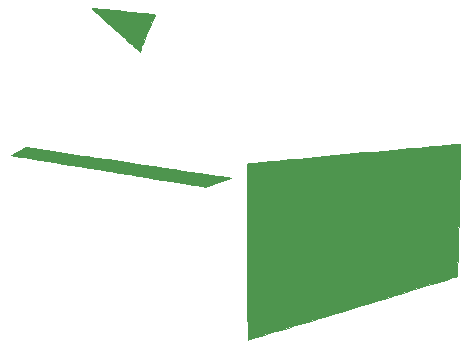
<source format=gbr>
G04 #@! TF.GenerationSoftware,KiCad,Pcbnew,(5.99.0-9526-g5c17ff0595)*
G04 #@! TF.CreationDate,2021-07-11T20:16:44-05:00*
G04 #@! TF.ProjectId,dumpsterFire,64756d70-7374-4657-9246-6972652e6b69,rev?*
G04 #@! TF.SameCoordinates,Original*
G04 #@! TF.FileFunction,Copper,L1,Top*
G04 #@! TF.FilePolarity,Positive*
%FSLAX46Y46*%
G04 Gerber Fmt 4.6, Leading zero omitted, Abs format (unit mm)*
G04 Created by KiCad (PCBNEW (5.99.0-9526-g5c17ff0595)) date 2021-07-11 20:16:44*
%MOMM*%
%LPD*%
G01*
G04 APERTURE LIST*
G04 #@! TA.AperFunction,EtchedComponent*
%ADD10C,0.010000*%
G04 #@! TD*
G04 #@! TA.AperFunction,ViaPad*
%ADD11C,0.600000*%
G04 #@! TD*
G04 #@! TA.AperFunction,Conductor*
%ADD12C,0.250000*%
G04 #@! TD*
G04 APERTURE END LIST*
D10*
X165271254Y-105550342D02*
X165272075Y-105674373D01*
X165272075Y-105674373D02*
X165270973Y-105870962D01*
X165270973Y-105870962D02*
X165268084Y-106134071D01*
X165268084Y-106134071D02*
X165263543Y-106457664D01*
X165263543Y-106457664D02*
X165257487Y-106835704D01*
X165257487Y-106835704D02*
X165250052Y-107262156D01*
X165250052Y-107262156D02*
X165241372Y-107730982D01*
X165241372Y-107730982D02*
X165231586Y-108236146D01*
X165231586Y-108236146D02*
X165220828Y-108771611D01*
X165220828Y-108771611D02*
X165209234Y-109331342D01*
X165209234Y-109331342D02*
X165196941Y-109909301D01*
X165196941Y-109909301D02*
X165184085Y-110499453D01*
X165184085Y-110499453D02*
X165170801Y-111095760D01*
X165170801Y-111095760D02*
X165157226Y-111692186D01*
X165157226Y-111692186D02*
X165143495Y-112282695D01*
X165143495Y-112282695D02*
X165129744Y-112861251D01*
X165129744Y-112861251D02*
X165116111Y-113421816D01*
X165116111Y-113421816D02*
X165102729Y-113958355D01*
X165102729Y-113958355D02*
X165089737Y-114464831D01*
X165089737Y-114464831D02*
X165077269Y-114935207D01*
X165077269Y-114935207D02*
X165065461Y-115363447D01*
X165065461Y-115363447D02*
X165054450Y-115743514D01*
X165054450Y-115743514D02*
X165044371Y-116069373D01*
X165044371Y-116069373D02*
X165035361Y-116334986D01*
X165035361Y-116334986D02*
X165027555Y-116534317D01*
X165027555Y-116534317D02*
X165021090Y-116661330D01*
X165021090Y-116661330D02*
X165016102Y-116709988D01*
X165016102Y-116709988D02*
X165015922Y-116710231D01*
X165015922Y-116710231D02*
X164973588Y-116724635D01*
X164973588Y-116724635D02*
X164854707Y-116762189D01*
X164854707Y-116762189D02*
X164663773Y-116821531D01*
X164663773Y-116821531D02*
X164405278Y-116901294D01*
X164405278Y-116901294D02*
X164083716Y-117000115D01*
X164083716Y-117000115D02*
X163703579Y-117116630D01*
X163703579Y-117116630D02*
X163269362Y-117249474D01*
X163269362Y-117249474D02*
X162785557Y-117397284D01*
X162785557Y-117397284D02*
X162256657Y-117558694D01*
X162256657Y-117558694D02*
X161687156Y-117732340D01*
X161687156Y-117732340D02*
X161081546Y-117916859D01*
X161081546Y-117916859D02*
X160444321Y-118110885D01*
X160444321Y-118110885D02*
X159779974Y-118313055D01*
X159779974Y-118313055D02*
X159092997Y-118522005D01*
X159092997Y-118522005D02*
X158387885Y-118736369D01*
X158387885Y-118736369D02*
X157669130Y-118954784D01*
X157669130Y-118954784D02*
X156941226Y-119175885D01*
X156941226Y-119175885D02*
X156208665Y-119398309D01*
X156208665Y-119398309D02*
X155475941Y-119620690D01*
X155475941Y-119620690D02*
X154747547Y-119841664D01*
X154747547Y-119841664D02*
X154027975Y-120059868D01*
X154027975Y-120059868D02*
X153321720Y-120273937D01*
X153321720Y-120273937D02*
X152633274Y-120482506D01*
X152633274Y-120482506D02*
X151967130Y-120684212D01*
X151967130Y-120684212D02*
X151327782Y-120877689D01*
X151327782Y-120877689D02*
X150719723Y-121061574D01*
X150719723Y-121061574D02*
X150147445Y-121234503D01*
X150147445Y-121234503D02*
X149615443Y-121395110D01*
X149615443Y-121395110D02*
X149128208Y-121542033D01*
X149128208Y-121542033D02*
X148690235Y-121673906D01*
X148690235Y-121673906D02*
X148306016Y-121789365D01*
X148306016Y-121789365D02*
X147980045Y-121887046D01*
X147980045Y-121887046D02*
X147716814Y-121965585D01*
X147716814Y-121965585D02*
X147520817Y-122023617D01*
X147520817Y-122023617D02*
X147420687Y-122052850D01*
X147420687Y-122052850D02*
X147308873Y-122085116D01*
X147308873Y-122085116D02*
X147283799Y-121105142D01*
X147283799Y-121105142D02*
X147280807Y-120949380D01*
X147280807Y-120949380D02*
X147277701Y-120714499D01*
X147277701Y-120714499D02*
X147274513Y-120406045D01*
X147274513Y-120406045D02*
X147271274Y-120029565D01*
X147271274Y-120029565D02*
X147268014Y-119590605D01*
X147268014Y-119590605D02*
X147264763Y-119094712D01*
X147264763Y-119094712D02*
X147261553Y-118547433D01*
X147261553Y-118547433D02*
X147258414Y-117954315D01*
X147258414Y-117954315D02*
X147255376Y-117320904D01*
X147255376Y-117320904D02*
X147252471Y-116652747D01*
X147252471Y-116652747D02*
X147249729Y-115955391D01*
X147249729Y-115955391D02*
X147247181Y-115234383D01*
X147247181Y-115234383D02*
X147244857Y-114495270D01*
X147244857Y-114495270D02*
X147242788Y-113743597D01*
X147242788Y-113743597D02*
X147242520Y-113637584D01*
X147242520Y-113637584D02*
X147240399Y-112767887D01*
X147240399Y-112767887D02*
X147238608Y-111978963D01*
X147238608Y-111978963D02*
X147237180Y-111266917D01*
X147237180Y-111266917D02*
X147236146Y-110627855D01*
X147236146Y-110627855D02*
X147235536Y-110057882D01*
X147235536Y-110057882D02*
X147235383Y-109553105D01*
X147235383Y-109553105D02*
X147235717Y-109109630D01*
X147235717Y-109109630D02*
X147236571Y-108723562D01*
X147236571Y-108723562D02*
X147237975Y-108391007D01*
X147237975Y-108391007D02*
X147239960Y-108108072D01*
X147239960Y-108108072D02*
X147242559Y-107870862D01*
X147242559Y-107870862D02*
X147245802Y-107675483D01*
X147245802Y-107675483D02*
X147249721Y-107518041D01*
X147249721Y-107518041D02*
X147254347Y-107394642D01*
X147254347Y-107394642D02*
X147259711Y-107301391D01*
X147259711Y-107301391D02*
X147265846Y-107234396D01*
X147265846Y-107234396D02*
X147272781Y-107189761D01*
X147272781Y-107189761D02*
X147280549Y-107163592D01*
X147280549Y-107163592D02*
X147289181Y-107151996D01*
X147289181Y-107151996D02*
X147294741Y-107150413D01*
X147294741Y-107150413D02*
X147342916Y-107146592D01*
X147342916Y-107146592D02*
X147471481Y-107135290D01*
X147471481Y-107135290D02*
X147676521Y-107116867D01*
X147676521Y-107116867D02*
X147954124Y-107091683D01*
X147954124Y-107091683D02*
X148300375Y-107060099D01*
X148300375Y-107060099D02*
X148711363Y-107022475D01*
X148711363Y-107022475D02*
X149183172Y-106979172D01*
X149183172Y-106979172D02*
X149711891Y-106930550D01*
X149711891Y-106930550D02*
X150293604Y-106876970D01*
X150293604Y-106876970D02*
X150924400Y-106818792D01*
X150924400Y-106818792D02*
X151600364Y-106756376D01*
X151600364Y-106756376D02*
X152317584Y-106690083D01*
X152317584Y-106690083D02*
X153072145Y-106620273D01*
X153072145Y-106620273D02*
X153860134Y-106547307D01*
X153860134Y-106547307D02*
X154677638Y-106471545D01*
X154677638Y-106471545D02*
X155520743Y-106393347D01*
X155520743Y-106393347D02*
X156308459Y-106320232D01*
X156308459Y-106320232D02*
X157170666Y-106240251D01*
X157170666Y-106240251D02*
X158010389Y-106162508D01*
X158010389Y-106162508D02*
X158823746Y-106087354D01*
X158823746Y-106087354D02*
X159606853Y-106015145D01*
X159606853Y-106015145D02*
X160355829Y-105946232D01*
X160355829Y-105946232D02*
X161066793Y-105880970D01*
X161066793Y-105880970D02*
X161735861Y-105819712D01*
X161735861Y-105819712D02*
X162359151Y-105762810D01*
X162359151Y-105762810D02*
X162932783Y-105710618D01*
X162932783Y-105710618D02*
X163452872Y-105663490D01*
X163452872Y-105663490D02*
X163915538Y-105621779D01*
X163915538Y-105621779D02*
X164316898Y-105585837D01*
X164316898Y-105585837D02*
X164653069Y-105556018D01*
X164653069Y-105556018D02*
X164920171Y-105532676D01*
X164920171Y-105532676D02*
X165114320Y-105516163D01*
X165114320Y-105516163D02*
X165231635Y-105506834D01*
X165231635Y-105506834D02*
X165268373Y-105504903D01*
X165268373Y-105504903D02*
X165271254Y-105550342D01*
X165271254Y-105550342D02*
X165271254Y-105550342D01*
G36*
X165271254Y-105550342D02*
G01*
X165272075Y-105674373D01*
X165270973Y-105870962D01*
X165268084Y-106134071D01*
X165263543Y-106457664D01*
X165257487Y-106835704D01*
X165250052Y-107262156D01*
X165241372Y-107730982D01*
X165231586Y-108236146D01*
X165220828Y-108771611D01*
X165209234Y-109331342D01*
X165196941Y-109909301D01*
X165184085Y-110499453D01*
X165170801Y-111095760D01*
X165157226Y-111692186D01*
X165143495Y-112282695D01*
X165129744Y-112861251D01*
X165116111Y-113421816D01*
X165102729Y-113958355D01*
X165089737Y-114464831D01*
X165077269Y-114935207D01*
X165065461Y-115363447D01*
X165054450Y-115743514D01*
X165044371Y-116069373D01*
X165035361Y-116334986D01*
X165027555Y-116534317D01*
X165021090Y-116661330D01*
X165016102Y-116709988D01*
X165015922Y-116710231D01*
X164973588Y-116724635D01*
X164854707Y-116762189D01*
X164663773Y-116821531D01*
X164405278Y-116901294D01*
X164083716Y-117000115D01*
X163703579Y-117116630D01*
X163269362Y-117249474D01*
X162785557Y-117397284D01*
X162256657Y-117558694D01*
X161687156Y-117732340D01*
X161081546Y-117916859D01*
X160444321Y-118110885D01*
X159779974Y-118313055D01*
X159092997Y-118522005D01*
X158387885Y-118736369D01*
X157669130Y-118954784D01*
X156941226Y-119175885D01*
X156208665Y-119398309D01*
X155475941Y-119620690D01*
X154747547Y-119841664D01*
X154027975Y-120059868D01*
X153321720Y-120273937D01*
X152633274Y-120482506D01*
X151967130Y-120684212D01*
X151327782Y-120877689D01*
X150719723Y-121061574D01*
X150147445Y-121234503D01*
X149615443Y-121395110D01*
X149128208Y-121542033D01*
X148690235Y-121673906D01*
X148306016Y-121789365D01*
X147980045Y-121887046D01*
X147716814Y-121965585D01*
X147520817Y-122023617D01*
X147420687Y-122052850D01*
X147308873Y-122085116D01*
X147283799Y-121105142D01*
X147280807Y-120949380D01*
X147277701Y-120714499D01*
X147274513Y-120406045D01*
X147271274Y-120029565D01*
X147268014Y-119590605D01*
X147264763Y-119094712D01*
X147261553Y-118547433D01*
X147258414Y-117954315D01*
X147255376Y-117320904D01*
X147252471Y-116652747D01*
X147249729Y-115955391D01*
X147247181Y-115234383D01*
X147244857Y-114495270D01*
X147242788Y-113743597D01*
X147242520Y-113637584D01*
X147240399Y-112767887D01*
X147238608Y-111978963D01*
X147237180Y-111266917D01*
X147236146Y-110627855D01*
X147235536Y-110057882D01*
X147235383Y-109553105D01*
X147235717Y-109109630D01*
X147236571Y-108723562D01*
X147237975Y-108391007D01*
X147239960Y-108108072D01*
X147242559Y-107870862D01*
X147245802Y-107675483D01*
X147249721Y-107518041D01*
X147254347Y-107394642D01*
X147259711Y-107301391D01*
X147265846Y-107234396D01*
X147272781Y-107189761D01*
X147280549Y-107163592D01*
X147289181Y-107151996D01*
X147294741Y-107150413D01*
X147342916Y-107146592D01*
X147471481Y-107135290D01*
X147676521Y-107116867D01*
X147954124Y-107091683D01*
X148300375Y-107060099D01*
X148711363Y-107022475D01*
X149183172Y-106979172D01*
X149711891Y-106930550D01*
X150293604Y-106876970D01*
X150924400Y-106818792D01*
X151600364Y-106756376D01*
X152317584Y-106690083D01*
X153072145Y-106620273D01*
X153860134Y-106547307D01*
X154677638Y-106471545D01*
X155520743Y-106393347D01*
X156308459Y-106320232D01*
X157170666Y-106240251D01*
X158010389Y-106162508D01*
X158823746Y-106087354D01*
X159606853Y-106015145D01*
X160355829Y-105946232D01*
X161066793Y-105880970D01*
X161735861Y-105819712D01*
X162359151Y-105762810D01*
X162932783Y-105710618D01*
X163452872Y-105663490D01*
X163915538Y-105621779D01*
X164316898Y-105585837D01*
X164653069Y-105556018D01*
X164920171Y-105532676D01*
X165114320Y-105516163D01*
X165231635Y-105506834D01*
X165268373Y-105504903D01*
X165271254Y-105550342D01*
G37*
X165271254Y-105550342D02*
X165272075Y-105674373D01*
X165270973Y-105870962D01*
X165268084Y-106134071D01*
X165263543Y-106457664D01*
X165257487Y-106835704D01*
X165250052Y-107262156D01*
X165241372Y-107730982D01*
X165231586Y-108236146D01*
X165220828Y-108771611D01*
X165209234Y-109331342D01*
X165196941Y-109909301D01*
X165184085Y-110499453D01*
X165170801Y-111095760D01*
X165157226Y-111692186D01*
X165143495Y-112282695D01*
X165129744Y-112861251D01*
X165116111Y-113421816D01*
X165102729Y-113958355D01*
X165089737Y-114464831D01*
X165077269Y-114935207D01*
X165065461Y-115363447D01*
X165054450Y-115743514D01*
X165044371Y-116069373D01*
X165035361Y-116334986D01*
X165027555Y-116534317D01*
X165021090Y-116661330D01*
X165016102Y-116709988D01*
X165015922Y-116710231D01*
X164973588Y-116724635D01*
X164854707Y-116762189D01*
X164663773Y-116821531D01*
X164405278Y-116901294D01*
X164083716Y-117000115D01*
X163703579Y-117116630D01*
X163269362Y-117249474D01*
X162785557Y-117397284D01*
X162256657Y-117558694D01*
X161687156Y-117732340D01*
X161081546Y-117916859D01*
X160444321Y-118110885D01*
X159779974Y-118313055D01*
X159092997Y-118522005D01*
X158387885Y-118736369D01*
X157669130Y-118954784D01*
X156941226Y-119175885D01*
X156208665Y-119398309D01*
X155475941Y-119620690D01*
X154747547Y-119841664D01*
X154027975Y-120059868D01*
X153321720Y-120273937D01*
X152633274Y-120482506D01*
X151967130Y-120684212D01*
X151327782Y-120877689D01*
X150719723Y-121061574D01*
X150147445Y-121234503D01*
X149615443Y-121395110D01*
X149128208Y-121542033D01*
X148690235Y-121673906D01*
X148306016Y-121789365D01*
X147980045Y-121887046D01*
X147716814Y-121965585D01*
X147520817Y-122023617D01*
X147420687Y-122052850D01*
X147308873Y-122085116D01*
X147283799Y-121105142D01*
X147280807Y-120949380D01*
X147277701Y-120714499D01*
X147274513Y-120406045D01*
X147271274Y-120029565D01*
X147268014Y-119590605D01*
X147264763Y-119094712D01*
X147261553Y-118547433D01*
X147258414Y-117954315D01*
X147255376Y-117320904D01*
X147252471Y-116652747D01*
X147249729Y-115955391D01*
X147247181Y-115234383D01*
X147244857Y-114495270D01*
X147242788Y-113743597D01*
X147242520Y-113637584D01*
X147240399Y-112767887D01*
X147238608Y-111978963D01*
X147237180Y-111266917D01*
X147236146Y-110627855D01*
X147235536Y-110057882D01*
X147235383Y-109553105D01*
X147235717Y-109109630D01*
X147236571Y-108723562D01*
X147237975Y-108391007D01*
X147239960Y-108108072D01*
X147242559Y-107870862D01*
X147245802Y-107675483D01*
X147249721Y-107518041D01*
X147254347Y-107394642D01*
X147259711Y-107301391D01*
X147265846Y-107234396D01*
X147272781Y-107189761D01*
X147280549Y-107163592D01*
X147289181Y-107151996D01*
X147294741Y-107150413D01*
X147342916Y-107146592D01*
X147471481Y-107135290D01*
X147676521Y-107116867D01*
X147954124Y-107091683D01*
X148300375Y-107060099D01*
X148711363Y-107022475D01*
X149183172Y-106979172D01*
X149711891Y-106930550D01*
X150293604Y-106876970D01*
X150924400Y-106818792D01*
X151600364Y-106756376D01*
X152317584Y-106690083D01*
X153072145Y-106620273D01*
X153860134Y-106547307D01*
X154677638Y-106471545D01*
X155520743Y-106393347D01*
X156308459Y-106320232D01*
X157170666Y-106240251D01*
X158010389Y-106162508D01*
X158823746Y-106087354D01*
X159606853Y-106015145D01*
X160355829Y-105946232D01*
X161066793Y-105880970D01*
X161735861Y-105819712D01*
X162359151Y-105762810D01*
X162932783Y-105710618D01*
X163452872Y-105663490D01*
X163915538Y-105621779D01*
X164316898Y-105585837D01*
X164653069Y-105556018D01*
X164920171Y-105532676D01*
X165114320Y-105516163D01*
X165231635Y-105506834D01*
X165268373Y-105504903D01*
X165271254Y-105550342D01*
X130786568Y-106136157D02*
X131268989Y-106208097D01*
X131268989Y-106208097D02*
X131770044Y-106282787D01*
X131770044Y-106282787D02*
X132275092Y-106358046D01*
X132275092Y-106358046D02*
X132769490Y-106431693D01*
X132769490Y-106431693D02*
X133238599Y-106501548D01*
X133238599Y-106501548D02*
X133667776Y-106565431D01*
X133667776Y-106565431D02*
X134042381Y-106621159D01*
X134042381Y-106621159D02*
X134345667Y-106666241D01*
X134345667Y-106666241D02*
X135427693Y-106827038D01*
X135427693Y-106827038D02*
X136471478Y-106982264D01*
X136471478Y-106982264D02*
X137474405Y-107131529D01*
X137474405Y-107131529D02*
X138433860Y-107274439D01*
X138433860Y-107274439D02*
X139347227Y-107410604D01*
X139347227Y-107410604D02*
X140211892Y-107539630D01*
X140211892Y-107539630D02*
X141025238Y-107661126D01*
X141025238Y-107661126D02*
X141784651Y-107774700D01*
X141784651Y-107774700D02*
X142487516Y-107879960D01*
X142487516Y-107879960D02*
X143131218Y-107976513D01*
X143131218Y-107976513D02*
X143713141Y-108063967D01*
X143713141Y-108063967D02*
X144230670Y-108141931D01*
X144230670Y-108141931D02*
X144681190Y-108210013D01*
X144681190Y-108210013D02*
X145062086Y-108267819D01*
X145062086Y-108267819D02*
X145370742Y-108314959D01*
X145370742Y-108314959D02*
X145604544Y-108351040D01*
X145604544Y-108351040D02*
X145760876Y-108375670D01*
X145760876Y-108375670D02*
X145837123Y-108388457D01*
X145837123Y-108388457D02*
X145844619Y-108390174D01*
X145844619Y-108390174D02*
X145813479Y-108409695D01*
X145813479Y-108409695D02*
X145714376Y-108451384D01*
X145714376Y-108451384D02*
X145559758Y-108510907D01*
X145559758Y-108510907D02*
X145362074Y-108583926D01*
X145362074Y-108583926D02*
X145133771Y-108666105D01*
X145133771Y-108666105D02*
X144887298Y-108753110D01*
X144887298Y-108753110D02*
X144635103Y-108840603D01*
X144635103Y-108840603D02*
X144389634Y-108924248D01*
X144389634Y-108924248D02*
X144163340Y-108999710D01*
X144163340Y-108999710D02*
X143968667Y-109062651D01*
X143968667Y-109062651D02*
X143818066Y-109108737D01*
X143818066Y-109108737D02*
X143723983Y-109133631D01*
X143723983Y-109133631D02*
X143701334Y-109136752D01*
X143701334Y-109136752D02*
X143649452Y-109129528D01*
X143649452Y-109129528D02*
X143518066Y-109109423D01*
X143518066Y-109109423D02*
X143311249Y-109077091D01*
X143311249Y-109077091D02*
X143033074Y-109033183D01*
X143033074Y-109033183D02*
X142687614Y-108978352D01*
X142687614Y-108978352D02*
X142278942Y-108913250D01*
X142278942Y-108913250D02*
X141811133Y-108838531D01*
X141811133Y-108838531D02*
X141288259Y-108754847D01*
X141288259Y-108754847D02*
X140714394Y-108662850D01*
X140714394Y-108662850D02*
X140093612Y-108563194D01*
X140093612Y-108563194D02*
X139429984Y-108456530D01*
X139429984Y-108456530D02*
X138727586Y-108343511D01*
X138727586Y-108343511D02*
X137990490Y-108224791D01*
X137990490Y-108224791D02*
X137222769Y-108101021D01*
X137222769Y-108101021D02*
X136428497Y-107972854D01*
X136428497Y-107972854D02*
X135611748Y-107840942D01*
X135611748Y-107840942D02*
X135435813Y-107812512D01*
X135435813Y-107812512D02*
X134616456Y-107679979D01*
X134616456Y-107679979D02*
X133819679Y-107550868D01*
X133819679Y-107550868D02*
X133049487Y-107425837D01*
X133049487Y-107425837D02*
X132309884Y-107305545D01*
X132309884Y-107305545D02*
X131604875Y-107190651D01*
X131604875Y-107190651D02*
X130938465Y-107081813D01*
X130938465Y-107081813D02*
X130314659Y-106979690D01*
X130314659Y-106979690D02*
X129737461Y-106884940D01*
X129737461Y-106884940D02*
X129210877Y-106798223D01*
X129210877Y-106798223D02*
X128738910Y-106720196D01*
X128738910Y-106720196D02*
X128325566Y-106651519D01*
X128325566Y-106651519D02*
X127974850Y-106592851D01*
X127974850Y-106592851D02*
X127690766Y-106544849D01*
X127690766Y-106544849D02*
X127477319Y-106508172D01*
X127477319Y-106508172D02*
X127338514Y-106483480D01*
X127338514Y-106483480D02*
X127278355Y-106471431D01*
X127278355Y-106471431D02*
X127276063Y-106470506D01*
X127276063Y-106470506D02*
X127311622Y-106444152D01*
X127311622Y-106444152D02*
X127410072Y-106386032D01*
X127410072Y-106386032D02*
X127559007Y-106303095D01*
X127559007Y-106303095D02*
X127746022Y-106202289D01*
X127746022Y-106202289D02*
X127897318Y-106122530D01*
X127897318Y-106122530D02*
X128518635Y-105797881D01*
X128518635Y-105797881D02*
X130786568Y-106136157D01*
X130786568Y-106136157D02*
X130786568Y-106136157D01*
G36*
X130786568Y-106136157D02*
G01*
X131268989Y-106208097D01*
X131770044Y-106282787D01*
X132275092Y-106358046D01*
X132769490Y-106431693D01*
X133238599Y-106501548D01*
X133667776Y-106565431D01*
X134042381Y-106621159D01*
X134345667Y-106666241D01*
X135427693Y-106827038D01*
X136471478Y-106982264D01*
X137474405Y-107131529D01*
X138433860Y-107274439D01*
X139347227Y-107410604D01*
X140211892Y-107539630D01*
X141025238Y-107661126D01*
X141784651Y-107774700D01*
X142487516Y-107879960D01*
X143131218Y-107976513D01*
X143713141Y-108063967D01*
X144230670Y-108141931D01*
X144681190Y-108210013D01*
X145062086Y-108267819D01*
X145370742Y-108314959D01*
X145604544Y-108351040D01*
X145760876Y-108375670D01*
X145837123Y-108388457D01*
X145844619Y-108390174D01*
X145813479Y-108409695D01*
X145714376Y-108451384D01*
X145559758Y-108510907D01*
X145362074Y-108583926D01*
X145133771Y-108666105D01*
X144887298Y-108753110D01*
X144635103Y-108840603D01*
X144389634Y-108924248D01*
X144163340Y-108999710D01*
X143968667Y-109062651D01*
X143818066Y-109108737D01*
X143723983Y-109133631D01*
X143701334Y-109136752D01*
X143649452Y-109129528D01*
X143518066Y-109109423D01*
X143311249Y-109077091D01*
X143033074Y-109033183D01*
X142687614Y-108978352D01*
X142278942Y-108913250D01*
X141811133Y-108838531D01*
X141288259Y-108754847D01*
X140714394Y-108662850D01*
X140093612Y-108563194D01*
X139429984Y-108456530D01*
X138727586Y-108343511D01*
X137990490Y-108224791D01*
X137222769Y-108101021D01*
X136428497Y-107972854D01*
X135611748Y-107840942D01*
X135435813Y-107812512D01*
X134616456Y-107679979D01*
X133819679Y-107550868D01*
X133049487Y-107425837D01*
X132309884Y-107305545D01*
X131604875Y-107190651D01*
X130938465Y-107081813D01*
X130314659Y-106979690D01*
X129737461Y-106884940D01*
X129210877Y-106798223D01*
X128738910Y-106720196D01*
X128325566Y-106651519D01*
X127974850Y-106592851D01*
X127690766Y-106544849D01*
X127477319Y-106508172D01*
X127338514Y-106483480D01*
X127278355Y-106471431D01*
X127276063Y-106470506D01*
X127311622Y-106444152D01*
X127410072Y-106386032D01*
X127559007Y-106303095D01*
X127746022Y-106202289D01*
X127897318Y-106122530D01*
X128518635Y-105797881D01*
X130786568Y-106136157D01*
G37*
X130786568Y-106136157D02*
X131268989Y-106208097D01*
X131770044Y-106282787D01*
X132275092Y-106358046D01*
X132769490Y-106431693D01*
X133238599Y-106501548D01*
X133667776Y-106565431D01*
X134042381Y-106621159D01*
X134345667Y-106666241D01*
X135427693Y-106827038D01*
X136471478Y-106982264D01*
X137474405Y-107131529D01*
X138433860Y-107274439D01*
X139347227Y-107410604D01*
X140211892Y-107539630D01*
X141025238Y-107661126D01*
X141784651Y-107774700D01*
X142487516Y-107879960D01*
X143131218Y-107976513D01*
X143713141Y-108063967D01*
X144230670Y-108141931D01*
X144681190Y-108210013D01*
X145062086Y-108267819D01*
X145370742Y-108314959D01*
X145604544Y-108351040D01*
X145760876Y-108375670D01*
X145837123Y-108388457D01*
X145844619Y-108390174D01*
X145813479Y-108409695D01*
X145714376Y-108451384D01*
X145559758Y-108510907D01*
X145362074Y-108583926D01*
X145133771Y-108666105D01*
X144887298Y-108753110D01*
X144635103Y-108840603D01*
X144389634Y-108924248D01*
X144163340Y-108999710D01*
X143968667Y-109062651D01*
X143818066Y-109108737D01*
X143723983Y-109133631D01*
X143701334Y-109136752D01*
X143649452Y-109129528D01*
X143518066Y-109109423D01*
X143311249Y-109077091D01*
X143033074Y-109033183D01*
X142687614Y-108978352D01*
X142278942Y-108913250D01*
X141811133Y-108838531D01*
X141288259Y-108754847D01*
X140714394Y-108662850D01*
X140093612Y-108563194D01*
X139429984Y-108456530D01*
X138727586Y-108343511D01*
X137990490Y-108224791D01*
X137222769Y-108101021D01*
X136428497Y-107972854D01*
X135611748Y-107840942D01*
X135435813Y-107812512D01*
X134616456Y-107679979D01*
X133819679Y-107550868D01*
X133049487Y-107425837D01*
X132309884Y-107305545D01*
X131604875Y-107190651D01*
X130938465Y-107081813D01*
X130314659Y-106979690D01*
X129737461Y-106884940D01*
X129210877Y-106798223D01*
X128738910Y-106720196D01*
X128325566Y-106651519D01*
X127974850Y-106592851D01*
X127690766Y-106544849D01*
X127477319Y-106508172D01*
X127338514Y-106483480D01*
X127278355Y-106471431D01*
X127276063Y-106470506D01*
X127311622Y-106444152D01*
X127410072Y-106386032D01*
X127559007Y-106303095D01*
X127746022Y-106202289D01*
X127897318Y-106122530D01*
X128518635Y-105797881D01*
X130786568Y-106136157D01*
X134139781Y-93995439D02*
X134270230Y-94005994D01*
X134270230Y-94005994D02*
X134470007Y-94024169D01*
X134470007Y-94024169D02*
X134731689Y-94049229D01*
X134731689Y-94049229D02*
X135047852Y-94080442D01*
X135047852Y-94080442D02*
X135411071Y-94117072D01*
X135411071Y-94117072D02*
X135813922Y-94158386D01*
X135813922Y-94158386D02*
X136248980Y-94203650D01*
X136248980Y-94203650D02*
X136708823Y-94252130D01*
X136708823Y-94252130D02*
X136762420Y-94257821D01*
X136762420Y-94257821D02*
X137223175Y-94306732D01*
X137223175Y-94306732D02*
X137658841Y-94352886D01*
X137658841Y-94352886D02*
X138062150Y-94395519D01*
X138062150Y-94395519D02*
X138425830Y-94433867D01*
X138425830Y-94433867D02*
X138742612Y-94467166D01*
X138742612Y-94467166D02*
X139005226Y-94494652D01*
X139005226Y-94494652D02*
X139206401Y-94515561D01*
X139206401Y-94515561D02*
X139338869Y-94529129D01*
X139338869Y-94529129D02*
X139395357Y-94534592D01*
X139395357Y-94534592D02*
X139396739Y-94534667D01*
X139396739Y-94534667D02*
X139425167Y-94566861D01*
X139425167Y-94566861D02*
X139425667Y-94574167D01*
X139425667Y-94574167D02*
X139409210Y-94621162D01*
X139409210Y-94621162D02*
X139362525Y-94736124D01*
X139362525Y-94736124D02*
X139289644Y-94909594D01*
X139289644Y-94909594D02*
X139194595Y-95132112D01*
X139194595Y-95132112D02*
X139081409Y-95394218D01*
X139081409Y-95394218D02*
X138954117Y-95686455D01*
X138954117Y-95686455D02*
X138871067Y-95875917D01*
X138871067Y-95875917D02*
X138711204Y-96240401D01*
X138711204Y-96240401D02*
X138582048Y-96537020D01*
X138582048Y-96537020D02*
X138479911Y-96775276D01*
X138479911Y-96775276D02*
X138401107Y-96964671D01*
X138401107Y-96964671D02*
X138341948Y-97114705D01*
X138341948Y-97114705D02*
X138298749Y-97234880D01*
X138298749Y-97234880D02*
X138267822Y-97334698D01*
X138267822Y-97334698D02*
X138245480Y-97423661D01*
X138245480Y-97423661D02*
X138228036Y-97511269D01*
X138228036Y-97511269D02*
X138221119Y-97550917D01*
X138221119Y-97550917D02*
X138196913Y-97651720D01*
X138196913Y-97651720D02*
X138170423Y-97704058D01*
X138170423Y-97704058D02*
X138164332Y-97706250D01*
X138164332Y-97706250D02*
X138128507Y-97678112D01*
X138128507Y-97678112D02*
X138035060Y-97598038D01*
X138035060Y-97598038D02*
X137889299Y-97470730D01*
X137889299Y-97470730D02*
X137696531Y-97300895D01*
X137696531Y-97300895D02*
X137462064Y-97093236D01*
X137462064Y-97093236D02*
X137191205Y-96852458D01*
X137191205Y-96852458D02*
X136889262Y-96583265D01*
X136889262Y-96583265D02*
X136561544Y-96290363D01*
X136561544Y-96290363D02*
X136213357Y-95978456D01*
X136213357Y-95978456D02*
X136074822Y-95854166D01*
X136074822Y-95854166D02*
X135634149Y-95457503D01*
X135634149Y-95457503D02*
X135245043Y-95104892D01*
X135245043Y-95104892D02*
X134909150Y-94797874D01*
X134909150Y-94797874D02*
X134628120Y-94537993D01*
X134628120Y-94537993D02*
X134403600Y-94326790D01*
X134403600Y-94326790D02*
X134237238Y-94165807D01*
X134237238Y-94165807D02*
X134130681Y-94056585D01*
X134130681Y-94056585D02*
X134085578Y-94000668D01*
X134085578Y-94000668D02*
X134086087Y-93993237D01*
X134086087Y-93993237D02*
X134139781Y-93995439D01*
X134139781Y-93995439D02*
X134139781Y-93995439D01*
G36*
X134139781Y-93995439D02*
G01*
X134270230Y-94005994D01*
X134470007Y-94024169D01*
X134731689Y-94049229D01*
X135047852Y-94080442D01*
X135411071Y-94117072D01*
X135813922Y-94158386D01*
X136248980Y-94203650D01*
X136708823Y-94252130D01*
X136762420Y-94257821D01*
X137223175Y-94306732D01*
X137658841Y-94352886D01*
X138062150Y-94395519D01*
X138425830Y-94433867D01*
X138742612Y-94467166D01*
X139005226Y-94494652D01*
X139206401Y-94515561D01*
X139338869Y-94529129D01*
X139395357Y-94534592D01*
X139396739Y-94534667D01*
X139425167Y-94566861D01*
X139425667Y-94574167D01*
X139409210Y-94621162D01*
X139362525Y-94736124D01*
X139289644Y-94909594D01*
X139194595Y-95132112D01*
X139081409Y-95394218D01*
X138954117Y-95686455D01*
X138871067Y-95875917D01*
X138711204Y-96240401D01*
X138582048Y-96537020D01*
X138479911Y-96775276D01*
X138401107Y-96964671D01*
X138341948Y-97114705D01*
X138298749Y-97234880D01*
X138267822Y-97334698D01*
X138245480Y-97423661D01*
X138228036Y-97511269D01*
X138221119Y-97550917D01*
X138196913Y-97651720D01*
X138170423Y-97704058D01*
X138164332Y-97706250D01*
X138128507Y-97678112D01*
X138035060Y-97598038D01*
X137889299Y-97470730D01*
X137696531Y-97300895D01*
X137462064Y-97093236D01*
X137191205Y-96852458D01*
X136889262Y-96583265D01*
X136561544Y-96290363D01*
X136213357Y-95978456D01*
X136074822Y-95854166D01*
X135634149Y-95457503D01*
X135245043Y-95104892D01*
X134909150Y-94797874D01*
X134628120Y-94537993D01*
X134403600Y-94326790D01*
X134237238Y-94165807D01*
X134130681Y-94056585D01*
X134085578Y-94000668D01*
X134086087Y-93993237D01*
X134139781Y-93995439D01*
G37*
X134139781Y-93995439D02*
X134270230Y-94005994D01*
X134470007Y-94024169D01*
X134731689Y-94049229D01*
X135047852Y-94080442D01*
X135411071Y-94117072D01*
X135813922Y-94158386D01*
X136248980Y-94203650D01*
X136708823Y-94252130D01*
X136762420Y-94257821D01*
X137223175Y-94306732D01*
X137658841Y-94352886D01*
X138062150Y-94395519D01*
X138425830Y-94433867D01*
X138742612Y-94467166D01*
X139005226Y-94494652D01*
X139206401Y-94515561D01*
X139338869Y-94529129D01*
X139395357Y-94534592D01*
X139396739Y-94534667D01*
X139425167Y-94566861D01*
X139425667Y-94574167D01*
X139409210Y-94621162D01*
X139362525Y-94736124D01*
X139289644Y-94909594D01*
X139194595Y-95132112D01*
X139081409Y-95394218D01*
X138954117Y-95686455D01*
X138871067Y-95875917D01*
X138711204Y-96240401D01*
X138582048Y-96537020D01*
X138479911Y-96775276D01*
X138401107Y-96964671D01*
X138341948Y-97114705D01*
X138298749Y-97234880D01*
X138267822Y-97334698D01*
X138245480Y-97423661D01*
X138228036Y-97511269D01*
X138221119Y-97550917D01*
X138196913Y-97651720D01*
X138170423Y-97704058D01*
X138164332Y-97706250D01*
X138128507Y-97678112D01*
X138035060Y-97598038D01*
X137889299Y-97470730D01*
X137696531Y-97300895D01*
X137462064Y-97093236D01*
X137191205Y-96852458D01*
X136889262Y-96583265D01*
X136561544Y-96290363D01*
X136213357Y-95978456D01*
X136074822Y-95854166D01*
X135634149Y-95457503D01*
X135245043Y-95104892D01*
X134909150Y-94797874D01*
X134628120Y-94537993D01*
X134403600Y-94326790D01*
X134237238Y-94165807D01*
X134130681Y-94056585D01*
X134085578Y-94000668D01*
X134086087Y-93993237D01*
X134139781Y-93995439D01*
D11*
X154300000Y-115650000D03*
X164050000Y-115000000D03*
X136310000Y-95500000D03*
X149570000Y-107290000D03*
X157780000Y-106812696D03*
X137510000Y-96830000D03*
X148300000Y-109775000D03*
D12*
X149710000Y-107150000D02*
X149890000Y-107150000D01*
X149570000Y-107290000D02*
X149710000Y-107150000D01*
X136310000Y-95630000D02*
X137510000Y-96830000D01*
X136310000Y-95500000D02*
X136310000Y-95630000D01*
X157302696Y-107290000D02*
X149570000Y-107290000D01*
X157780000Y-106812696D02*
X157302696Y-107290000D01*
X148300000Y-108560000D02*
X149570000Y-107290000D01*
X148300000Y-109775000D02*
X148300000Y-108560000D01*
X157780000Y-112170000D02*
X154300000Y-115650000D01*
X157780000Y-106812696D02*
X157780000Y-112170000D01*
X163400000Y-115650000D02*
X164050000Y-115000000D01*
X154300000Y-115650000D02*
X163400000Y-115650000D01*
M02*

</source>
